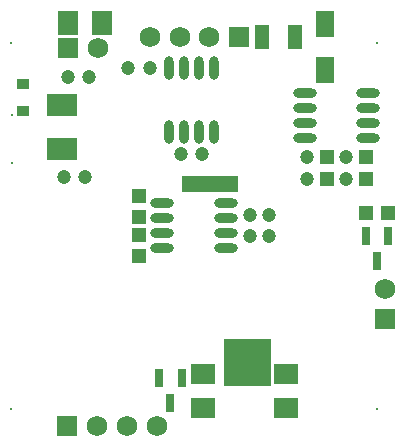
<source format=gbs>
%FSTAX23Y23*%
%MOIN*%
%SFA1B1*%

%IPPOS*%
%ADD65C,0.047240*%
%ADD73R,0.047240X0.047240*%
%ADD75R,0.047240X0.078740*%
%ADD76R,0.047240X0.047240*%
%ADD79R,0.062990X0.086610*%
%ADD88C,0.007870*%
%ADD89C,0.068900*%
%ADD90R,0.068900X0.068900*%
%ADD91R,0.068900X0.068900*%
%ADD92R,0.187010X0.055120*%
%ADD93R,0.040550X0.032680*%
%ADD94O,0.031500X0.077950*%
%ADD95R,0.102360X0.074800*%
%ADD96R,0.078740X0.066930*%
%ADD97O,0.077950X0.031500*%
%ADD98R,0.011810X0.011810*%
%ADD99R,0.031500X0.062990*%
%ADD100R,0.066930X0.078740*%
%LNstepperpcb-1*%
%LPD*%
G36*
X01004Y00213D02*
X00847D01*
Y0037*
X01004*
Y00213*
G37*
G54D65*
X00385Y00911D03*
X00314D03*
X00399Y01242D03*
X00328D03*
X01255Y00976D03*
Y00905D03*
X006Y01273D03*
X00529D03*
X00705Y00986D03*
X00775D03*
X00998Y00783D03*
Y00712D03*
X00933D03*
Y00783D03*
X01125Y00905D03*
Y00976D03*
G54D73*
X00564Y00718D03*
Y00647D03*
X0132Y00976D03*
Y00905D03*
X0119D03*
Y00976D03*
X00564Y00777D03*
Y00848D03*
G54D75*
X00974Y01377D03*
X01084D03*
G54D76*
X01322Y00789D03*
X01393D03*
G54D79*
X01185Y01421D03*
Y01267D03*
G54D88*
X00137Y01358D03*
Y00137D03*
X01358Y01358D03*
Y00137D03*
X00141Y00958D03*
Y01116D03*
G54D89*
X00427Y0134D03*
X00602Y01377D03*
X00701D03*
X00799D03*
X01383Y00537D03*
X00423Y0008D03*
X00523D03*
X00623D03*
G54D90*
X00327Y0134D03*
X00898Y01377D03*
X00323Y0008D03*
G54D91*
X01383Y00437D03*
G54D92*
X008Y00887D03*
G54D93*
X00177Y01219D03*
Y01131D03*
G54D94*
X00815Y01273D03*
X00715D03*
X00765D03*
X00665D03*
X00815Y01061D03*
X00765D03*
X00715D03*
X00665D03*
G54D95*
X00307Y01149D03*
Y01003D03*
G54D96*
X00779Y00139D03*
Y00253D03*
X01055Y00139D03*
Y00253D03*
G54D97*
X01328Y01191D03*
Y01091D03*
Y01141D03*
Y01041D03*
X01116Y01141D03*
Y01191D03*
Y01091D03*
Y01041D03*
X00854Y00673D03*
Y00723D03*
Y00773D03*
Y00823D03*
X00641Y00673D03*
Y00773D03*
Y00723D03*
Y00823D03*
G54D98*
X00868Y00887D03*
X00801D03*
X0073D03*
G54D99*
X01358Y00631D03*
X0132Y00714D03*
X01395D03*
X00631Y0024D03*
X00706D03*
X00669Y00157D03*
G54D100*
X00327Y01423D03*
X00441D03*
M02*
</source>
